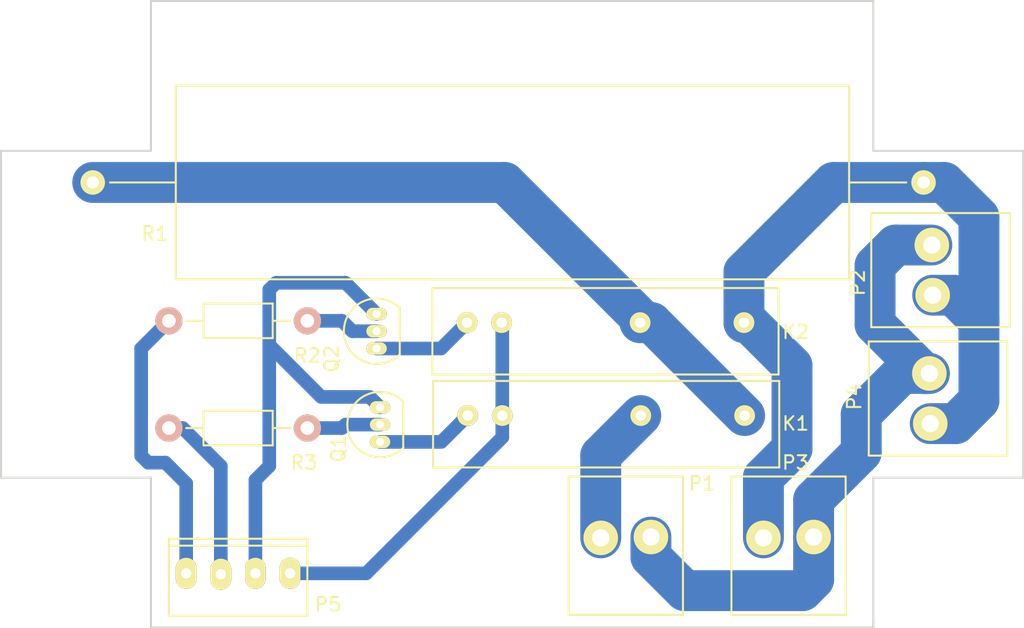
<source format=kicad_pcb>
(kicad_pcb (version 4) (host pcbnew 4.0.2-stable)

  (general
    (links 20)
    (no_connects 1)
    (area 35.360999 25.970999 209.063001 138.669001)
    (thickness 1.6)
    (drawings 13)
    (tracks 71)
    (zones 0)
    (modules 12)
    (nets 13)
  )

  (page A4)
  (layers
    (0 F.Cu signal)
    (31 B.Cu signal)
    (32 B.Adhes user)
    (33 F.Adhes user)
    (34 B.Paste user)
    (35 F.Paste user)
    (36 B.SilkS user)
    (37 F.SilkS user)
    (38 B.Mask user)
    (39 F.Mask user)
    (40 Dwgs.User user)
    (41 Cmts.User user)
    (42 Eco1.User user)
    (43 Eco2.User user)
    (44 Edge.Cuts user)
    (45 Margin user)
    (46 B.CrtYd user)
    (47 F.CrtYd user)
    (48 B.Fab user)
    (49 F.Fab user)
  )

  (setup
    (last_trace_width 0.25)
    (user_trace_width 0.75)
    (user_trace_width 1)
    (user_trace_width 2)
    (user_trace_width 3)
    (user_trace_width 4)
    (trace_clearance 0.2)
    (zone_clearance 0.508)
    (zone_45_only no)
    (trace_min 0.2)
    (segment_width 0.2)
    (edge_width 0.15)
    (via_size 0.6)
    (via_drill 0.4)
    (via_min_size 0.4)
    (via_min_drill 0.3)
    (uvia_size 0.3)
    (uvia_drill 0.1)
    (uvias_allowed no)
    (uvia_min_size 0.2)
    (uvia_min_drill 0.1)
    (pcb_text_width 0.3)
    (pcb_text_size 1.5 1.5)
    (mod_edge_width 0.15)
    (mod_text_size 1 1)
    (mod_text_width 0.15)
    (pad_size 1.524 1.524)
    (pad_drill 0.762)
    (pad_to_mask_clearance 0.2)
    (aux_axis_origin 0 0)
    (visible_elements 7FFFFFFF)
    (pcbplotparams
      (layerselection 0x01000_80000000)
      (usegerberextensions false)
      (excludeedgelayer false)
      (linewidth 0.100000)
      (plotframeref false)
      (viasonmask false)
      (mode 1)
      (useauxorigin false)
      (hpglpennumber 1)
      (hpglpenspeed 20)
      (hpglpendiameter 15)
      (hpglpenoverlay 2)
      (psnegative false)
      (psa4output false)
      (plotreference true)
      (plotvalue true)
      (plotinvisibletext false)
      (padsonsilk false)
      (subtractmaskfromsilk false)
      (outputformat 4)
      (mirror false)
      (drillshape 1)
      (scaleselection 1)
      (outputdirectory ""))
  )

  (net 0 "")
  (net 1 "Net-(K1-Pad2)")
  (net 2 "Net-(K1-Pad1)")
  (net 3 "Net-(K1-Pad3)")
  (net 4 "Net-(K1-Pad4)")
  (net 5 "Net-(K2-Pad1)")
  (net 6 "Net-(K2-Pad4)")
  (net 7 "Net-(P1-Pad2)")
  (net 8 "Net-(P5-Pad3)")
  (net 9 "Net-(P5-Pad2)")
  (net 10 "Net-(P5-Pad1)")
  (net 11 "Net-(Q1-Pad2)")
  (net 12 "Net-(Q2-Pad2)")

  (net_class Default "This is the default net class."
    (clearance 0.2)
    (trace_width 0.25)
    (via_dia 0.6)
    (via_drill 0.4)
    (uvia_dia 0.3)
    (uvia_drill 0.1)
    (add_net "Net-(K1-Pad1)")
    (add_net "Net-(K1-Pad2)")
    (add_net "Net-(K1-Pad3)")
    (add_net "Net-(K1-Pad4)")
    (add_net "Net-(K2-Pad1)")
    (add_net "Net-(K2-Pad4)")
    (add_net "Net-(P1-Pad2)")
    (add_net "Net-(P5-Pad1)")
    (add_net "Net-(P5-Pad2)")
    (add_net "Net-(P5-Pad3)")
    (add_net "Net-(Q1-Pad2)")
    (add_net "Net-(Q2-Pad2)")
  )

  (module FSS1-102Z:FSS1-102Z (layer F.Cu) (tedit 575B89FC) (tstamp 575AD893)
    (at 82.122 57.121 180)
    (path /575435C3)
    (fp_text reference K1 (at -13.9 0.05 180) (layer F.SilkS)
      (effects (font (size 1 1) (thickness 0.15)))
    )
    (fp_text value FSS1-102Z (at 0 -1.905 180) (layer F.Fab)
      (effects (font (size 1 1) (thickness 0.15)))
    )
    (fp_line (start -12.7 0) (end -12.7 -3.175) (layer F.SilkS) (width 0.15))
    (fp_line (start -12.7 -3.175) (end 12.7 -3.175) (layer F.SilkS) (width 0.15))
    (fp_line (start 12.7 -3.175) (end 12.7 3.175) (layer F.SilkS) (width 0.15))
    (fp_line (start 12.7 3.175) (end -12.7 3.175) (layer F.SilkS) (width 0.15))
    (fp_line (start -12.7 3.175) (end -12.7 0) (layer F.SilkS) (width 0.15))
    (pad 2 thru_hole circle (at -2.54 0.635 180) (size 1.524 1.524) (drill 0.762) (layers *.Cu *.Mask F.SilkS)
      (net 1 "Net-(K1-Pad2)"))
    (pad 1 thru_hole circle (at -10.16 0.635 180) (size 1.524 1.524) (drill 0.762) (layers *.Cu *.Mask F.SilkS)
      (net 2 "Net-(K1-Pad1)"))
    (pad 3 thru_hole circle (at 7.62 0.635 180) (size 1.524 1.524) (drill 0.762) (layers *.Cu *.Mask F.SilkS)
      (net 3 "Net-(K1-Pad3)"))
    (pad 4 thru_hole circle (at 10.16 0.635 180) (size 1.524 1.524) (drill 0.762) (layers *.Cu *.Mask F.SilkS)
      (net 4 "Net-(K1-Pad4)"))
  )

  (module FSS1-102Z:FSS1-102Z (layer F.Cu) (tedit 575B8A01) (tstamp 575AD89B)
    (at 82.072 50.296 180)
    (path /57543405)
    (fp_text reference K2 (at -13.95 -0.05 180) (layer F.SilkS)
      (effects (font (size 1 1) (thickness 0.15)))
    )
    (fp_text value FSS1-102Z (at 0 -1.905 180) (layer F.Fab)
      (effects (font (size 1 1) (thickness 0.15)))
    )
    (fp_line (start -12.7 0) (end -12.7 -3.175) (layer F.SilkS) (width 0.15))
    (fp_line (start -12.7 -3.175) (end 12.7 -3.175) (layer F.SilkS) (width 0.15))
    (fp_line (start 12.7 -3.175) (end 12.7 3.175) (layer F.SilkS) (width 0.15))
    (fp_line (start 12.7 3.175) (end -12.7 3.175) (layer F.SilkS) (width 0.15))
    (fp_line (start -12.7 3.175) (end -12.7 0) (layer F.SilkS) (width 0.15))
    (pad 2 thru_hole circle (at -2.54 0.635 180) (size 1.524 1.524) (drill 0.762) (layers *.Cu *.Mask F.SilkS)
      (net 2 "Net-(K1-Pad1)"))
    (pad 1 thru_hole circle (at -10.16 0.635 180) (size 1.524 1.524) (drill 0.762) (layers *.Cu *.Mask F.SilkS)
      (net 5 "Net-(K2-Pad1)"))
    (pad 3 thru_hole circle (at 7.62 0.635 180) (size 1.524 1.524) (drill 0.762) (layers *.Cu *.Mask F.SilkS)
      (net 3 "Net-(K1-Pad3)"))
    (pad 4 thru_hole circle (at 10.16 0.635 180) (size 1.524 1.524) (drill 0.762) (layers *.Cu *.Mask F.SilkS)
      (net 6 "Net-(K2-Pad4)"))
  )

  (module wcon:WCON-2PIN (layer F.Cu) (tedit 575BAA0F) (tstamp 575AD8A1)
    (at 83.566 66.04)
    (path /5752D66A)
    (fp_text reference P1 (at 5.588 -4.572) (layer F.SilkS)
      (effects (font (size 1 1) (thickness 0.15)))
    )
    (fp_text value CONN_01X02 (at 0.1905 -3.175) (layer F.Fab)
      (effects (font (size 1 1) (thickness 0.15)))
    )
    (fp_line (start -4.191 -5.08) (end 4.191 -5.08) (layer F.SilkS) (width 0.15))
    (fp_line (start 4.191 -5.08) (end 4.191 5.08) (layer F.SilkS) (width 0.15))
    (fp_line (start 4.191 5.08) (end -4.191 5.08) (layer F.SilkS) (width 0.15))
    (fp_line (start -4.191 5.08) (end -4.191 -5.08) (layer F.SilkS) (width 0.15))
    (pad 2 thru_hole circle (at 1.8415 -0.635) (size 2.54 2.54) (drill 1.27) (layers *.Cu *.Mask F.SilkS)
      (net 7 "Net-(P1-Pad2)"))
    (pad 1 thru_hole circle (at -1.8415 -0.5715) (size 2.54 2.54) (drill 1.27) (layers *.Cu *.Mask F.SilkS)
      (net 1 "Net-(K1-Pad2)"))
  )

  (module wcon:WCON-2PIN (layer F.Cu) (tedit 575BAA04) (tstamp 575AD8A7)
    (at 106.652 45.806 90)
    (path /5752D85F)
    (fp_text reference P2 (at -0.93 -6.068 90) (layer F.SilkS)
      (effects (font (size 1 1) (thickness 0.15)))
    )
    (fp_text value CONN_01X02 (at 0.1905 -3.175 90) (layer F.Fab)
      (effects (font (size 1 1) (thickness 0.15)))
    )
    (fp_line (start -4.191 -5.08) (end 4.191 -5.08) (layer F.SilkS) (width 0.15))
    (fp_line (start 4.191 -5.08) (end 4.191 5.08) (layer F.SilkS) (width 0.15))
    (fp_line (start 4.191 5.08) (end -4.191 5.08) (layer F.SilkS) (width 0.15))
    (fp_line (start -4.191 5.08) (end -4.191 -5.08) (layer F.SilkS) (width 0.15))
    (pad 2 thru_hole circle (at 1.8415 -0.635 90) (size 2.54 2.54) (drill 1.27) (layers *.Cu *.Mask F.SilkS)
      (net 7 "Net-(P1-Pad2)"))
    (pad 1 thru_hole circle (at -1.8415 -0.5715 90) (size 2.54 2.54) (drill 1.27) (layers *.Cu *.Mask F.SilkS)
      (net 5 "Net-(K2-Pad1)"))
  )

  (module wcon:WCON-2PIN (layer F.Cu) (tedit 575BAA08) (tstamp 575AD8AD)
    (at 95.504 66.04)
    (path /5752D783)
    (fp_text reference P3 (at 0.508 -6.096) (layer F.SilkS)
      (effects (font (size 1 1) (thickness 0.15)))
    )
    (fp_text value CONN_01X02 (at 0.1905 -3.175) (layer F.Fab)
      (effects (font (size 1 1) (thickness 0.15)))
    )
    (fp_line (start -4.191 -5.08) (end 4.191 -5.08) (layer F.SilkS) (width 0.15))
    (fp_line (start 4.191 -5.08) (end 4.191 5.08) (layer F.SilkS) (width 0.15))
    (fp_line (start 4.191 5.08) (end -4.191 5.08) (layer F.SilkS) (width 0.15))
    (fp_line (start -4.191 5.08) (end -4.191 -5.08) (layer F.SilkS) (width 0.15))
    (pad 2 thru_hole circle (at 1.8415 -0.635) (size 2.54 2.54) (drill 1.27) (layers *.Cu *.Mask F.SilkS)
      (net 7 "Net-(P1-Pad2)"))
    (pad 1 thru_hole circle (at -1.8415 -0.5715) (size 2.54 2.54) (drill 1.27) (layers *.Cu *.Mask F.SilkS)
      (net 5 "Net-(K2-Pad1)"))
  )

  (module wcon:WCON-2PIN (layer F.Cu) (tedit 575BAA01) (tstamp 575AD8B3)
    (at 106.472 55.236 90)
    (path /5752D740)
    (fp_text reference P4 (at 0.118 -6.142 90) (layer F.SilkS)
      (effects (font (size 1 1) (thickness 0.15)))
    )
    (fp_text value CONN_01X02 (at 0.1905 -3.175 90) (layer F.Fab)
      (effects (font (size 1 1) (thickness 0.15)))
    )
    (fp_line (start -4.191 -5.08) (end 4.191 -5.08) (layer F.SilkS) (width 0.15))
    (fp_line (start 4.191 -5.08) (end 4.191 5.08) (layer F.SilkS) (width 0.15))
    (fp_line (start 4.191 5.08) (end -4.191 5.08) (layer F.SilkS) (width 0.15))
    (fp_line (start -4.191 5.08) (end -4.191 -5.08) (layer F.SilkS) (width 0.15))
    (pad 2 thru_hole circle (at 1.8415 -0.635 90) (size 2.54 2.54) (drill 1.27) (layers *.Cu *.Mask F.SilkS)
      (net 7 "Net-(P1-Pad2)"))
    (pad 1 thru_hole circle (at -1.8415 -0.5715 90) (size 2.54 2.54) (drill 1.27) (layers *.Cu *.Mask F.SilkS)
      (net 5 "Net-(K2-Pad1)"))
  )

  (module PinHead1-4:PINHeader1-4 (layer F.Cu) (tedit 575BA9F4) (tstamp 575AD8C0)
    (at 55.118 68.072)
    (path /575ACDD8)
    (fp_text reference P5 (at 6.604 2.286) (layer F.SilkS)
      (effects (font (size 1 1) (thickness 0.15)))
    )
    (fp_text value CONN_01X04 (at 0 2.286) (layer F.Fab)
      (effects (font (size 1 1) (thickness 0.15)))
    )
    (fp_line (start -5.08 -2.032) (end 5.08 -2.032) (layer F.SilkS) (width 0.15))
    (fp_line (start 5.08 -2.54) (end 5.08 3.1115) (layer F.SilkS) (width 0.15))
    (fp_line (start 5.08 3.1115) (end -5.08 3.1115) (layer F.SilkS) (width 0.15))
    (fp_line (start -5.08 3.1115) (end -5.08 -2.54) (layer F.SilkS) (width 0.15))
    (fp_line (start -5.08 -2.54) (end 5.08 -2.54) (layer F.SilkS) (width 0.15))
    (pad 3 thru_hole oval (at 1.27 0) (size 1.524 2.286) (drill 0.762) (layers *.Cu *.Mask F.SilkS)
      (net 8 "Net-(P5-Pad3)"))
    (pad 2 thru_hole oval (at -1.27 0.0635) (size 1.524 2.286) (drill 0.762) (layers *.Cu *.Mask F.SilkS)
      (net 9 "Net-(P5-Pad2)"))
    (pad 4 thru_hole oval (at 3.81 0) (size 1.524 2.286) (drill 0.762) (layers *.Cu *.Mask F.SilkS)
      (net 3 "Net-(K1-Pad3)"))
    (pad 1 thru_hole oval (at -3.81 0) (size 1.524 2.286) (drill 0.762) (layers *.Cu *.Mask F.SilkS)
      (net 10 "Net-(P5-Pad1)"))
  )

  (module TO_SOT_Packages_THT:TO-92_Inline_Narrow_Oval (layer F.Cu) (tedit 575BA941) (tstamp 575AD8C7)
    (at 65.532 58.42 90)
    (descr "TO-92 leads in-line, narrow, oval pads, drill 0.6mm (see NXP sot054_po.pdf)")
    (tags "to-92 sc-43 sc-43a sot54 PA33 transistor")
    (path /575AD7A2)
    (fp_text reference Q1 (at -0.508 -3.048 90) (layer F.SilkS)
      (effects (font (size 1 1) (thickness 0.15)))
    )
    (fp_text value BC547 (at 0 3 90) (layer F.Fab)
      (effects (font (size 1 1) (thickness 0.15)))
    )
    (fp_line (start -1.4 1.95) (end -1.4 -2.65) (layer F.CrtYd) (width 0.05))
    (fp_line (start -1.4 1.95) (end 3.95 1.95) (layer F.CrtYd) (width 0.05))
    (fp_line (start -0.43 1.7) (end 2.97 1.7) (layer F.SilkS) (width 0.15))
    (fp_arc (start 1.27 0) (end 1.27 -2.4) (angle -135) (layer F.SilkS) (width 0.15))
    (fp_arc (start 1.27 0) (end 1.27 -2.4) (angle 135) (layer F.SilkS) (width 0.15))
    (fp_line (start -1.4 -2.65) (end 3.95 -2.65) (layer F.CrtYd) (width 0.05))
    (fp_line (start 3.95 1.95) (end 3.95 -2.65) (layer F.CrtYd) (width 0.05))
    (pad 2 thru_hole oval (at 1.27 0 270) (size 0.89916 1.50114) (drill 0.6) (layers *.Cu *.Mask F.SilkS)
      (net 11 "Net-(Q1-Pad2)"))
    (pad 3 thru_hole oval (at 2.54 0 270) (size 0.89916 1.50114) (drill 0.6) (layers *.Cu *.Mask F.SilkS)
      (net 8 "Net-(P5-Pad3)"))
    (pad 1 thru_hole oval (at 0 0 270) (size 0.89916 1.50114) (drill 0.6) (layers *.Cu *.Mask F.SilkS)
      (net 4 "Net-(K1-Pad4)"))
    (model TO_SOT_Packages_THT.3dshapes/TO-92_Inline_Narrow_Oval.wrl
      (at (xyz 0.05 0 0))
      (scale (xyz 1 1 1))
      (rotate (xyz 0 0 -90))
    )
  )

  (module TO_SOT_Packages_THT:TO-92_Inline_Narrow_Oval (layer F.Cu) (tedit 575BA943) (tstamp 575AD8CE)
    (at 65.278 51.562 90)
    (descr "TO-92 leads in-line, narrow, oval pads, drill 0.6mm (see NXP sot054_po.pdf)")
    (tags "to-92 sc-43 sc-43a sot54 PA33 transistor")
    (path /575AD7D1)
    (fp_text reference Q2 (at -0.762 -3.302 90) (layer F.SilkS)
      (effects (font (size 1 1) (thickness 0.15)))
    )
    (fp_text value BC547 (at 0 3 90) (layer F.Fab)
      (effects (font (size 1 1) (thickness 0.15)))
    )
    (fp_line (start -1.4 1.95) (end -1.4 -2.65) (layer F.CrtYd) (width 0.05))
    (fp_line (start -1.4 1.95) (end 3.95 1.95) (layer F.CrtYd) (width 0.05))
    (fp_line (start -0.43 1.7) (end 2.97 1.7) (layer F.SilkS) (width 0.15))
    (fp_arc (start 1.27 0) (end 1.27 -2.4) (angle -135) (layer F.SilkS) (width 0.15))
    (fp_arc (start 1.27 0) (end 1.27 -2.4) (angle 135) (layer F.SilkS) (width 0.15))
    (fp_line (start -1.4 -2.65) (end 3.95 -2.65) (layer F.CrtYd) (width 0.05))
    (fp_line (start 3.95 1.95) (end 3.95 -2.65) (layer F.CrtYd) (width 0.05))
    (pad 2 thru_hole oval (at 1.27 0 270) (size 0.89916 1.50114) (drill 0.6) (layers *.Cu *.Mask F.SilkS)
      (net 12 "Net-(Q2-Pad2)"))
    (pad 3 thru_hole oval (at 2.54 0 270) (size 0.89916 1.50114) (drill 0.6) (layers *.Cu *.Mask F.SilkS)
      (net 8 "Net-(P5-Pad3)"))
    (pad 1 thru_hole oval (at 0 0 270) (size 0.89916 1.50114) (drill 0.6) (layers *.Cu *.Mask F.SilkS)
      (net 6 "Net-(K2-Pad4)"))
    (model TO_SOT_Packages_THT.3dshapes/TO-92_Inline_Narrow_Oval.wrl
      (at (xyz 0.05 0 0))
      (scale (xyz 1 1 1))
      (rotate (xyz 0 0 -90))
    )
  )

  (module Resistors_ThroughHole:Resistor_Ceramic_Horizontal_L50mm-W14mm-H13mm-p60mm (layer F.Cu) (tedit 575BAA1A) (tstamp 575AD8DA)
    (at 74.93 39.37 180)
    (descr "Resistor, Ceramic, Horizontal")
    (tags "Resistor, Ceramic, Horizontal")
    (path /57530351)
    (fp_text reference R1 (at 25.921 -3.747 180) (layer F.SilkS)
      (effects (font (size 1 1) (thickness 0.15)))
    )
    (fp_text value 100R (at 0 8.89 180) (layer F.Fab)
      (effects (font (size 1 1) (thickness 0.15)))
    )
    (fp_line (start -25.019 -7.112) (end -25.019 7.112) (layer F.SilkS) (width 0.15))
    (fp_line (start -25.019 7.112) (end 24.384 7.112) (layer F.SilkS) (width 0.15))
    (fp_line (start 24.384 7.112) (end 24.384 -7.112) (layer F.SilkS) (width 0.15))
    (fp_line (start 24.384 -7.112) (end -25.019 -7.112) (layer F.SilkS) (width 0.15))
    (fp_line (start -25.019 0) (end -29.21 0) (layer F.SilkS) (width 0.15))
    (fp_line (start 24.384 0) (end 29.21 0) (layer F.SilkS) (width 0.15))
    (pad 1 thru_hole circle (at -30.48 0) (size 1.8 1.8) (drill 0.9) (layers *.Cu *.Mask F.SilkS)
      (net 5 "Net-(K2-Pad1)"))
    (pad 2 thru_hole circle (at 30.48 0) (size 1.8 1.8) (drill 0.9) (layers *.Cu *.Mask F.SilkS)
      (net 2 "Net-(K1-Pad1)"))
    (model Resistors_ThroughHole.3dshapes/Resistor_Ceramic_Horizontal_L50mm-W14mm-H13mm-p60mm.wrl
      (at (xyz 0 0 0))
      (scale (xyz 4 4 4))
      (rotate (xyz 0 0 0))
    )
  )

  (module Resistors_ThroughHole:Resistor_Horizontal_RM10mm (layer F.Cu) (tedit 575BA950) (tstamp 575AD8EA)
    (at 60.198 49.53 180)
    (descr "Resistor, Axial,  RM 10mm, 1/3W")
    (tags "Resistor Axial RM 10mm 1/3W")
    (path /575AD034)
    (fp_text reference R2 (at 0 -2.54 180) (layer F.SilkS)
      (effects (font (size 1 1) (thickness 0.15)))
    )
    (fp_text value 1K (at 4.826 0 180) (layer F.Fab)
      (effects (font (size 1 1) (thickness 0.15)))
    )
    (fp_line (start -1.25 -1.5) (end 11.4 -1.5) (layer F.CrtYd) (width 0.05))
    (fp_line (start -1.25 1.5) (end -1.25 -1.5) (layer F.CrtYd) (width 0.05))
    (fp_line (start 11.4 -1.5) (end 11.4 1.5) (layer F.CrtYd) (width 0.05))
    (fp_line (start -1.25 1.5) (end 11.4 1.5) (layer F.CrtYd) (width 0.05))
    (fp_line (start 2.54 -1.27) (end 7.62 -1.27) (layer F.SilkS) (width 0.15))
    (fp_line (start 7.62 -1.27) (end 7.62 1.27) (layer F.SilkS) (width 0.15))
    (fp_line (start 7.62 1.27) (end 2.54 1.27) (layer F.SilkS) (width 0.15))
    (fp_line (start 2.54 1.27) (end 2.54 -1.27) (layer F.SilkS) (width 0.15))
    (fp_line (start 2.54 0) (end 1.27 0) (layer F.SilkS) (width 0.15))
    (fp_line (start 7.62 0) (end 8.89 0) (layer F.SilkS) (width 0.15))
    (pad 1 thru_hole circle (at 0 0 180) (size 1.99898 1.99898) (drill 1.00076) (layers *.Cu *.SilkS *.Mask)
      (net 12 "Net-(Q2-Pad2)"))
    (pad 2 thru_hole circle (at 10.16 0 180) (size 1.99898 1.99898) (drill 1.00076) (layers *.Cu *.SilkS *.Mask)
      (net 10 "Net-(P5-Pad1)"))
    (model Resistors_ThroughHole.3dshapes/Resistor_Horizontal_RM10mm.wrl
      (at (xyz 0.2 0 0))
      (scale (xyz 0.4 0.4 0.4))
      (rotate (xyz 0 0 0))
    )
  )

  (module Resistors_ThroughHole:Resistor_Horizontal_RM10mm (layer F.Cu) (tedit 575BA94C) (tstamp 575AD8FA)
    (at 60.198 57.404 180)
    (descr "Resistor, Axial,  RM 10mm, 1/3W")
    (tags "Resistor Axial RM 10mm 1/3W")
    (path /575AD08F)
    (fp_text reference R3 (at 0.254 -2.54 180) (layer F.SilkS)
      (effects (font (size 1 1) (thickness 0.15)))
    )
    (fp_text value 1K (at 5.08 0 270) (layer F.Fab)
      (effects (font (size 1 1) (thickness 0.15)))
    )
    (fp_line (start -1.25 -1.5) (end 11.4 -1.5) (layer F.CrtYd) (width 0.05))
    (fp_line (start -1.25 1.5) (end -1.25 -1.5) (layer F.CrtYd) (width 0.05))
    (fp_line (start 11.4 -1.5) (end 11.4 1.5) (layer F.CrtYd) (width 0.05))
    (fp_line (start -1.25 1.5) (end 11.4 1.5) (layer F.CrtYd) (width 0.05))
    (fp_line (start 2.54 -1.27) (end 7.62 -1.27) (layer F.SilkS) (width 0.15))
    (fp_line (start 7.62 -1.27) (end 7.62 1.27) (layer F.SilkS) (width 0.15))
    (fp_line (start 7.62 1.27) (end 2.54 1.27) (layer F.SilkS) (width 0.15))
    (fp_line (start 2.54 1.27) (end 2.54 -1.27) (layer F.SilkS) (width 0.15))
    (fp_line (start 2.54 0) (end 1.27 0) (layer F.SilkS) (width 0.15))
    (fp_line (start 7.62 0) (end 8.89 0) (layer F.SilkS) (width 0.15))
    (pad 1 thru_hole circle (at 0 0 180) (size 1.99898 1.99898) (drill 1.00076) (layers *.Cu *.SilkS *.Mask)
      (net 11 "Net-(Q1-Pad2)"))
    (pad 2 thru_hole circle (at 10.16 0 180) (size 1.99898 1.99898) (drill 1.00076) (layers *.Cu *.SilkS *.Mask)
      (net 9 "Net-(P5-Pad2)"))
    (model Resistors_ThroughHole.3dshapes/Resistor_Horizontal_RM10mm.wrl
      (at (xyz 0.2 0 0))
      (scale (xyz 0.4 0.4 0.4))
      (rotate (xyz 0 0 0))
    )
  )

  (gr_line (start 48.722 26.046) (end 101.722 26.046) (angle 90) (layer Edge.Cuts) (width 0.15))
  (gr_line (start 37.722 37.046) (end 37.722 61.046) (angle 90) (layer Edge.Cuts) (width 0.15))
  (gr_line (start 48.722 37.046) (end 37.722 37.046) (angle 90) (layer Edge.Cuts) (width 0.15))
  (gr_line (start 48.722 26.046) (end 48.722 37.046) (angle 90) (layer Edge.Cuts) (width 0.15))
  (gr_line (start 101.722 72.046) (end 101.722 71.546) (angle 90) (layer Edge.Cuts) (width 0.15))
  (gr_line (start 48.722 72.046) (end 101.722 72.046) (angle 90) (layer Edge.Cuts) (width 0.15))
  (gr_line (start 48.722 61.046) (end 37.722 61.046) (angle 90) (layer Edge.Cuts) (width 0.15))
  (gr_line (start 48.722 72.046) (end 48.722 61.046) (angle 90) (layer Edge.Cuts) (width 0.15))
  (gr_line (start 112.722 37.046) (end 112.722 61.046) (angle 90) (layer Edge.Cuts) (width 0.15))
  (gr_line (start 101.722 61.046) (end 101.722 72.046) (angle 90) (layer Edge.Cuts) (width 0.15))
  (gr_line (start 112.722 61.046) (end 101.722 61.046) (angle 90) (layer Edge.Cuts) (width 0.15))
  (gr_line (start 101.722 37.046) (end 112.722 37.046) (angle 90) (layer Edge.Cuts) (width 0.15))
  (gr_line (start 101.722 26.046) (end 101.722 37.046) (angle 90) (layer Edge.Cuts) (width 0.15))

  (segment (start 81.7245 65.4685) (end 81.7245 59.4235) (width 3) (layer B.Cu) (net 1))
  (segment (start 81.7245 59.4235) (end 84.662 56.486) (width 3) (layer B.Cu) (net 1) (tstamp 575BA7DC))
  (segment (start 44.45 39.37) (end 74.676 39.37) (width 3) (layer B.Cu) (net 2))
  (segment (start 74.676 39.37) (end 84.612 49.306) (width 3) (layer B.Cu) (net 2) (tstamp 575BAB74))
  (segment (start 84.612 49.306) (end 84.612 49.661) (width 3) (layer B.Cu) (net 2) (tstamp 575BAB75))
  (segment (start 84.612 49.661) (end 85.457 49.661) (width 3) (layer B.Cu) (net 2))
  (segment (start 85.457 49.661) (end 92.282 56.486) (width 3) (layer B.Cu) (net 2) (tstamp 575B8A98))
  (segment (start 58.928 68.072) (end 64.516 68.072) (width 1) (layer B.Cu) (net 3))
  (segment (start 74.502 58.086) (end 74.502 49.711) (width 1) (layer B.Cu) (net 3) (tstamp 575BA8EE))
  (segment (start 64.516 68.072) (end 74.502 58.086) (width 1) (layer B.Cu) (net 3) (tstamp 575BA8EC))
  (segment (start 74.502 49.711) (end 74.452 49.661) (width 1) (layer B.Cu) (net 3) (tstamp 575BA8EF))
  (segment (start 65.532 58.42) (end 70.028 58.42) (width 1) (layer B.Cu) (net 4))
  (segment (start 70.028 58.42) (end 71.962 56.486) (width 1) (layer B.Cu) (net 4) (tstamp 575BAADD))
  (segment (start 105.41 39.37) (end 106.934 39.37) (width 3) (layer B.Cu) (net 5))
  (segment (start 109.474 41.91) (end 109.474 49.53) (width 3) (layer B.Cu) (net 5) (tstamp 575BAB7F))
  (segment (start 106.934 39.37) (end 109.474 41.91) (width 3) (layer B.Cu) (net 5) (tstamp 575BAB7E))
  (segment (start 92.232 49.661) (end 92.232 45.944) (width 3) (layer B.Cu) (net 5))
  (segment (start 98.806 39.37) (end 105.41 39.37) (width 3) (layer B.Cu) (net 5) (tstamp 575BAB7B))
  (segment (start 92.232 45.944) (end 98.806 39.37) (width 3) (layer B.Cu) (net 5) (tstamp 575BAB7A))
  (segment (start 105.9005 57.0775) (end 107.7685 57.0775) (width 3) (layer B.Cu) (net 5))
  (segment (start 109.474 55.372) (end 109.474 49.53) (width 3) (layer B.Cu) (net 5) (tstamp 575BA813))
  (segment (start 107.7685 57.0775) (end 109.474 55.372) (width 3) (layer B.Cu) (net 5) (tstamp 575BA80F))
  (segment (start 107.5915 47.6475) (end 106.0805 47.6475) (width 3) (layer B.Cu) (net 5) (tstamp 575BA815))
  (segment (start 109.474 49.53) (end 107.5915 47.6475) (width 3) (layer B.Cu) (net 5) (tstamp 575BA814))
  (segment (start 93.6625 65.4685) (end 93.6625 61.0235) (width 3) (layer B.Cu) (net 5))
  (segment (start 95.758 52.832) (end 92.232 49.306) (width 3) (layer B.Cu) (net 5) (tstamp 575BA7FE))
  (segment (start 95.758 58.928) (end 95.758 52.832) (width 3) (layer B.Cu) (net 5) (tstamp 575BA7FA))
  (segment (start 93.6625 61.0235) (end 95.758 58.928) (width 3) (layer B.Cu) (net 5) (tstamp 575BA7F9))
  (segment (start 92.232 49.306) (end 92.232 49.661) (width 3) (layer B.Cu) (net 5) (tstamp 575BA801))
  (segment (start 65.278 51.562) (end 70.011 51.562) (width 1) (layer B.Cu) (net 6))
  (segment (start 70.011 51.562) (end 71.912 49.661) (width 1) (layer B.Cu) (net 6) (tstamp 575BAAE0))
  (segment (start 105.837 53.3945) (end 105.4645 53.3945) (width 3) (layer B.Cu) (net 7))
  (segment (start 105.4645 53.3945) (end 101.854 49.784) (width 3) (layer B.Cu) (net 7) (tstamp 575BA81F))
  (segment (start 103.3555 43.9645) (end 106.017 43.9645) (width 3) (layer B.Cu) (net 7) (tstamp 575BA822))
  (segment (start 101.854 45.466) (end 103.3555 43.9645) (width 3) (layer B.Cu) (net 7) (tstamp 575BA821))
  (segment (start 101.854 49.784) (end 101.854 45.466) (width 3) (layer B.Cu) (net 7) (tstamp 575BA820))
  (segment (start 97.3455 65.405) (end 97.3455 62.6745) (width 3) (layer B.Cu) (net 7))
  (segment (start 103.8315 53.3945) (end 105.837 53.3945) (width 3) (layer B.Cu) (net 7) (tstamp 575BA808))
  (segment (start 100.838 56.388) (end 103.8315 53.3945) (width 3) (layer B.Cu) (net 7) (tstamp 575BA807))
  (segment (start 100.838 59.182) (end 100.838 56.388) (width 3) (layer B.Cu) (net 7) (tstamp 575BA805))
  (segment (start 97.3455 62.6745) (end 100.838 59.182) (width 3) (layer B.Cu) (net 7) (tstamp 575BA803))
  (segment (start 85.4075 65.405) (end 85.4075 66.8655) (width 3) (layer B.Cu) (net 7))
  (segment (start 97.3455 68.5165) (end 97.3455 65.405) (width 3) (layer B.Cu) (net 7) (tstamp 575BA7E9))
  (segment (start 96.52 69.342) (end 97.3455 68.5165) (width 3) (layer B.Cu) (net 7) (tstamp 575BA7E8))
  (segment (start 87.884 69.342) (end 96.52 69.342) (width 3) (layer B.Cu) (net 7) (tstamp 575BA7E6))
  (segment (start 85.4075 66.8655) (end 87.884 69.342) (width 3) (layer B.Cu) (net 7) (tstamp 575BA7E5))
  (segment (start 56.388 68.072) (end 56.388 61.214) (width 1) (layer B.Cu) (net 8))
  (segment (start 57.404 60.198) (end 57.404 51.308) (width 1) (layer B.Cu) (net 8) (tstamp 575BAAF4))
  (segment (start 56.388 61.214) (end 57.404 60.198) (width 1) (layer B.Cu) (net 8) (tstamp 575BAAF3))
  (segment (start 65.278 49.022) (end 62.992 46.736) (width 1) (layer B.Cu) (net 8))
  (segment (start 64.77 55.118) (end 65.532 55.88) (width 1) (layer B.Cu) (net 8) (tstamp 575BAAF0))
  (segment (start 61.214 55.118) (end 64.77 55.118) (width 1) (layer B.Cu) (net 8) (tstamp 575BAAEF))
  (segment (start 57.404 51.308) (end 61.214 55.118) (width 1) (layer B.Cu) (net 8) (tstamp 575BAAEE))
  (segment (start 57.404 47.244) (end 57.404 51.308) (width 1) (layer B.Cu) (net 8) (tstamp 575BAAED))
  (segment (start 57.912 46.736) (end 57.404 47.244) (width 1) (layer B.Cu) (net 8) (tstamp 575BAAEC))
  (segment (start 62.992 46.736) (end 57.912 46.736) (width 1) (layer B.Cu) (net 8) (tstamp 575BAAEB))
  (segment (start 53.848 68.1355) (end 53.848 60.198) (width 1) (layer B.Cu) (net 9))
  (segment (start 51.054 57.404) (end 50.038 57.404) (width 1) (layer B.Cu) (net 9) (tstamp 575BAAFA))
  (segment (start 53.848 60.198) (end 51.054 57.404) (width 1) (layer B.Cu) (net 9) (tstamp 575BAAF9))
  (segment (start 51.308 68.072) (end 51.308 61.468) (width 1) (layer B.Cu) (net 10))
  (segment (start 48.006 51.562) (end 50.038 49.53) (width 1) (layer B.Cu) (net 10) (tstamp 575BAB09))
  (segment (start 48.006 59.436) (end 48.006 51.562) (width 1) (layer B.Cu) (net 10) (tstamp 575BAB08))
  (segment (start 48.514 59.944) (end 48.006 59.436) (width 1) (layer B.Cu) (net 10) (tstamp 575BAB07))
  (segment (start 49.784 59.944) (end 48.514 59.944) (width 1) (layer B.Cu) (net 10) (tstamp 575BAB06))
  (segment (start 51.308 61.468) (end 49.784 59.944) (width 1) (layer B.Cu) (net 10) (tstamp 575BAB05))
  (segment (start 60.198 57.404) (end 62.738 57.404) (width 1) (layer B.Cu) (net 11))
  (segment (start 62.992 57.15) (end 65.532 57.15) (width 1) (layer B.Cu) (net 11) (tstamp 575BAAE8))
  (segment (start 62.738 57.404) (end 62.992 57.15) (width 1) (layer B.Cu) (net 11) (tstamp 575BAAE7))
  (segment (start 62.738 49.53) (end 63.5 50.292) (width 1) (layer B.Cu) (net 12) (tstamp 575BAAE3))
  (segment (start 60.198 49.53) (end 62.738 49.53) (width 1) (layer B.Cu) (net 12))
  (segment (start 63.5 50.292) (end 65.278 50.292) (width 1) (layer B.Cu) (net 12) (tstamp 575BAAE4))

)

</source>
